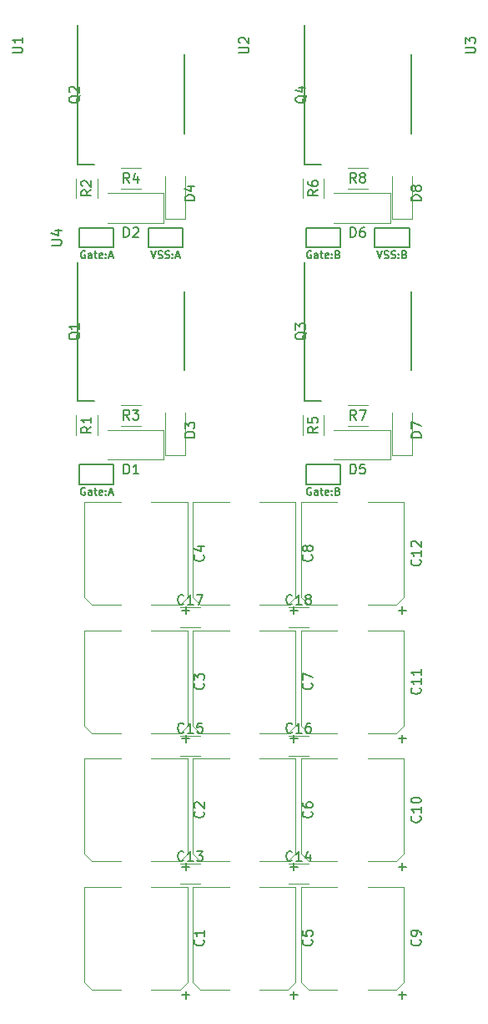
<source format=gbr>
G04 #@! TF.FileFunction,Legend,Top*
%FSLAX46Y46*%
G04 Gerber Fmt 4.6, Leading zero omitted, Abs format (unit mm)*
G04 Created by KiCad (PCBNEW 4.0.7) date 04/16/18 09:07:38*
%MOMM*%
%LPD*%
G01*
G04 APERTURE LIST*
%ADD10C,0.100000*%
%ADD11C,0.120000*%
%ADD12C,0.150000*%
G04 APERTURE END LIST*
D10*
D11*
X24550000Y-85710000D02*
X27440000Y-85710000D01*
X33450000Y-85710000D02*
X30560000Y-85710000D01*
X34210000Y-75290000D02*
X30560000Y-75290000D01*
X23790000Y-75290000D02*
X27440000Y-75290000D01*
X34210000Y-75290000D02*
X34210000Y-84950000D01*
X34210000Y-84950000D02*
X33450000Y-85710000D01*
X24550000Y-85710000D02*
X23790000Y-84950000D01*
X23790000Y-84950000D02*
X23790000Y-75290000D01*
X35550000Y-85710000D02*
X38440000Y-85710000D01*
X44450000Y-85710000D02*
X41560000Y-85710000D01*
X45210000Y-75290000D02*
X41560000Y-75290000D01*
X34790000Y-75290000D02*
X38440000Y-75290000D01*
X45210000Y-75290000D02*
X45210000Y-84950000D01*
X45210000Y-84950000D02*
X44450000Y-85710000D01*
X35550000Y-85710000D02*
X34790000Y-84950000D01*
X34790000Y-84950000D02*
X34790000Y-75290000D01*
X13550000Y-98710000D02*
X16440000Y-98710000D01*
X22450000Y-98710000D02*
X19560000Y-98710000D01*
X23210000Y-88290000D02*
X19560000Y-88290000D01*
X12790000Y-88290000D02*
X16440000Y-88290000D01*
X23210000Y-88290000D02*
X23210000Y-97950000D01*
X23210000Y-97950000D02*
X22450000Y-98710000D01*
X13550000Y-98710000D02*
X12790000Y-97950000D01*
X12790000Y-97950000D02*
X12790000Y-88290000D01*
X13550000Y-85710000D02*
X16440000Y-85710000D01*
X22450000Y-85710000D02*
X19560000Y-85710000D01*
X23210000Y-75290000D02*
X19560000Y-75290000D01*
X12790000Y-75290000D02*
X16440000Y-75290000D01*
X23210000Y-75290000D02*
X23210000Y-84950000D01*
X23210000Y-84950000D02*
X22450000Y-85710000D01*
X13550000Y-85710000D02*
X12790000Y-84950000D01*
X12790000Y-84950000D02*
X12790000Y-75290000D01*
X13550000Y-72710000D02*
X16440000Y-72710000D01*
X22450000Y-72710000D02*
X19560000Y-72710000D01*
X23210000Y-62290000D02*
X19560000Y-62290000D01*
X12790000Y-62290000D02*
X16440000Y-62290000D01*
X23210000Y-62290000D02*
X23210000Y-71950000D01*
X23210000Y-71950000D02*
X22450000Y-72710000D01*
X13550000Y-72710000D02*
X12790000Y-71950000D01*
X12790000Y-71950000D02*
X12790000Y-62290000D01*
X13550000Y-59710000D02*
X16440000Y-59710000D01*
X22450000Y-59710000D02*
X19560000Y-59710000D01*
X23210000Y-49290000D02*
X19560000Y-49290000D01*
X12790000Y-49290000D02*
X16440000Y-49290000D01*
X23210000Y-49290000D02*
X23210000Y-58950000D01*
X23210000Y-58950000D02*
X22450000Y-59710000D01*
X13550000Y-59710000D02*
X12790000Y-58950000D01*
X12790000Y-58950000D02*
X12790000Y-49290000D01*
X24550000Y-98710000D02*
X27440000Y-98710000D01*
X33450000Y-98710000D02*
X30560000Y-98710000D01*
X34210000Y-88290000D02*
X30560000Y-88290000D01*
X23790000Y-88290000D02*
X27440000Y-88290000D01*
X34210000Y-88290000D02*
X34210000Y-97950000D01*
X34210000Y-97950000D02*
X33450000Y-98710000D01*
X24550000Y-98710000D02*
X23790000Y-97950000D01*
X23790000Y-97950000D02*
X23790000Y-88290000D01*
X24550000Y-72710000D02*
X27440000Y-72710000D01*
X33450000Y-72710000D02*
X30560000Y-72710000D01*
X34210000Y-62290000D02*
X30560000Y-62290000D01*
X23790000Y-62290000D02*
X27440000Y-62290000D01*
X34210000Y-62290000D02*
X34210000Y-71950000D01*
X34210000Y-71950000D02*
X33450000Y-72710000D01*
X24550000Y-72710000D02*
X23790000Y-71950000D01*
X23790000Y-71950000D02*
X23790000Y-62290000D01*
X24550000Y-59710000D02*
X27440000Y-59710000D01*
X33450000Y-59710000D02*
X30560000Y-59710000D01*
X34210000Y-49290000D02*
X30560000Y-49290000D01*
X23790000Y-49290000D02*
X27440000Y-49290000D01*
X34210000Y-49290000D02*
X34210000Y-58950000D01*
X34210000Y-58950000D02*
X33450000Y-59710000D01*
X24550000Y-59710000D02*
X23790000Y-58950000D01*
X23790000Y-58950000D02*
X23790000Y-49290000D01*
X35550000Y-98710000D02*
X38440000Y-98710000D01*
X44450000Y-98710000D02*
X41560000Y-98710000D01*
X45210000Y-88290000D02*
X41560000Y-88290000D01*
X34790000Y-88290000D02*
X38440000Y-88290000D01*
X45210000Y-88290000D02*
X45210000Y-97950000D01*
X45210000Y-97950000D02*
X44450000Y-98710000D01*
X35550000Y-98710000D02*
X34790000Y-97950000D01*
X34790000Y-97950000D02*
X34790000Y-88290000D01*
X35550000Y-72710000D02*
X38440000Y-72710000D01*
X44450000Y-72710000D02*
X41560000Y-72710000D01*
X45210000Y-62290000D02*
X41560000Y-62290000D01*
X34790000Y-62290000D02*
X38440000Y-62290000D01*
X45210000Y-62290000D02*
X45210000Y-71950000D01*
X45210000Y-71950000D02*
X44450000Y-72710000D01*
X35550000Y-72710000D02*
X34790000Y-71950000D01*
X34790000Y-71950000D02*
X34790000Y-62290000D01*
X35550000Y-59710000D02*
X38440000Y-59710000D01*
X44450000Y-59710000D02*
X41560000Y-59710000D01*
X45210000Y-49290000D02*
X41560000Y-49290000D01*
X34790000Y-49290000D02*
X38440000Y-49290000D01*
X45210000Y-49290000D02*
X45210000Y-58950000D01*
X45210000Y-58950000D02*
X44450000Y-59710000D01*
X35550000Y-59710000D02*
X34790000Y-58950000D01*
X34790000Y-58950000D02*
X34790000Y-49290000D01*
X15100000Y-45000000D02*
X20800000Y-45000000D01*
X20800000Y-45000000D02*
X20800000Y-42000000D01*
X20800000Y-42000000D02*
X15100000Y-42000000D01*
X15100000Y-21000000D02*
X20800000Y-21000000D01*
X20800000Y-21000000D02*
X20800000Y-18000000D01*
X20800000Y-18000000D02*
X15100000Y-18000000D01*
X21000000Y-40250000D02*
X21000000Y-44550000D01*
X21000000Y-44550000D02*
X23000000Y-44550000D01*
X23000000Y-44550000D02*
X23000000Y-40250000D01*
X21000000Y-16250000D02*
X21000000Y-20550000D01*
X21000000Y-20550000D02*
X23000000Y-20550000D01*
X23000000Y-20550000D02*
X23000000Y-16250000D01*
X38100000Y-45000000D02*
X43800000Y-45000000D01*
X43800000Y-45000000D02*
X43800000Y-42000000D01*
X43800000Y-42000000D02*
X38100000Y-42000000D01*
X38100000Y-21000000D02*
X43800000Y-21000000D01*
X43800000Y-21000000D02*
X43800000Y-18000000D01*
X43800000Y-18000000D02*
X38100000Y-18000000D01*
X44000000Y-40250000D02*
X44000000Y-44550000D01*
X44000000Y-44550000D02*
X46000000Y-44550000D01*
X46000000Y-44550000D02*
X46000000Y-40250000D01*
X44000000Y-16250000D02*
X44000000Y-20550000D01*
X44000000Y-20550000D02*
X46000000Y-20550000D01*
X46000000Y-20550000D02*
X46000000Y-16250000D01*
D12*
X12100000Y-39050000D02*
X13800000Y-39050000D01*
X12100000Y-24950000D02*
X12100000Y-39050000D01*
X22900000Y-35950000D02*
X22900000Y-27950000D01*
X12100000Y-15050000D02*
X13800000Y-15050000D01*
X12100000Y-950000D02*
X12100000Y-15050000D01*
X22900000Y-11950000D02*
X22900000Y-3950000D01*
X35100000Y-39050000D02*
X36800000Y-39050000D01*
X35100000Y-24950000D02*
X35100000Y-39050000D01*
X45900000Y-35950000D02*
X45900000Y-27950000D01*
X35100000Y-15050000D02*
X36800000Y-15050000D01*
X35100000Y-950000D02*
X35100000Y-15050000D01*
X45900000Y-11950000D02*
X45900000Y-3950000D01*
D11*
X11930000Y-42500000D02*
X11930000Y-40500000D01*
X14070000Y-40500000D02*
X14070000Y-42500000D01*
X11930000Y-18500000D02*
X11930000Y-16500000D01*
X14070000Y-16500000D02*
X14070000Y-18500000D01*
X16500000Y-39430000D02*
X18500000Y-39430000D01*
X18500000Y-41570000D02*
X16500000Y-41570000D01*
X16500000Y-15430000D02*
X18500000Y-15430000D01*
X18500000Y-17570000D02*
X16500000Y-17570000D01*
X34930000Y-42500000D02*
X34930000Y-40500000D01*
X37070000Y-40500000D02*
X37070000Y-42500000D01*
X34930000Y-18500000D02*
X34930000Y-16500000D01*
X37070000Y-16500000D02*
X37070000Y-18500000D01*
X39500000Y-39430000D02*
X41500000Y-39430000D01*
X41500000Y-41570000D02*
X39500000Y-41570000D01*
X39500000Y-15430000D02*
X41500000Y-15430000D01*
X41500000Y-17570000D02*
X39500000Y-17570000D01*
X24500000Y-85980000D02*
X22500000Y-85980000D01*
X22500000Y-88020000D02*
X24500000Y-88020000D01*
X35500000Y-85980000D02*
X33500000Y-85980000D01*
X33500000Y-88020000D02*
X35500000Y-88020000D01*
X24500000Y-72980000D02*
X22500000Y-72980000D01*
X22500000Y-75020000D02*
X24500000Y-75020000D01*
X35500000Y-72980000D02*
X33500000Y-72980000D01*
X33500000Y-75020000D02*
X35500000Y-75020000D01*
X24500000Y-59980000D02*
X22500000Y-59980000D01*
X22500000Y-62020000D02*
X24500000Y-62020000D01*
X35500000Y-59980000D02*
X33500000Y-59980000D01*
X33500000Y-62020000D02*
X35500000Y-62020000D01*
D12*
X12250000Y-45500000D02*
X12250000Y-47500000D01*
X12250000Y-47500000D02*
X15750000Y-47500000D01*
X15750000Y-47500000D02*
X15750000Y-45500000D01*
X15750000Y-45500000D02*
X12250000Y-45500000D01*
X38750000Y-45500000D02*
X35250000Y-45500000D01*
X35250000Y-45500000D02*
X35250000Y-47500000D01*
X35250000Y-47500000D02*
X38750000Y-47500000D01*
X38750000Y-47500000D02*
X38750000Y-45500000D01*
X42250000Y-21500000D02*
X45750000Y-21500000D01*
X45750000Y-21500000D02*
X45750000Y-23500000D01*
X45750000Y-23500000D02*
X42250000Y-23500000D01*
X42250000Y-23500000D02*
X42250000Y-21500000D01*
X35250000Y-21500000D02*
X35250000Y-23500000D01*
X35250000Y-23500000D02*
X38750000Y-23500000D01*
X38750000Y-23500000D02*
X38750000Y-21500000D01*
X38750000Y-21500000D02*
X35250000Y-21500000D01*
X19250000Y-21500000D02*
X22750000Y-21500000D01*
X22750000Y-21500000D02*
X22750000Y-23500000D01*
X22750000Y-23500000D02*
X19250000Y-23500000D01*
X19250000Y-23500000D02*
X19250000Y-21500000D01*
X12250000Y-21500000D02*
X15750000Y-21500000D01*
X15750000Y-21500000D02*
X15750000Y-23500000D01*
X15750000Y-23500000D02*
X12250000Y-23500000D01*
X12250000Y-23500000D02*
X12250000Y-21500000D01*
X28452381Y-3761905D02*
X29261905Y-3761905D01*
X29357143Y-3714286D01*
X29404762Y-3666667D01*
X29452381Y-3571429D01*
X29452381Y-3380952D01*
X29404762Y-3285714D01*
X29357143Y-3238095D01*
X29261905Y-3190476D01*
X28452381Y-3190476D01*
X28547619Y-2761905D02*
X28500000Y-2714286D01*
X28452381Y-2619048D01*
X28452381Y-2380952D01*
X28500000Y-2285714D01*
X28547619Y-2238095D01*
X28642857Y-2190476D01*
X28738095Y-2190476D01*
X28880952Y-2238095D01*
X29452381Y-2809524D01*
X29452381Y-2190476D01*
X35817143Y-80666666D02*
X35864762Y-80714285D01*
X35912381Y-80857142D01*
X35912381Y-80952380D01*
X35864762Y-81095238D01*
X35769524Y-81190476D01*
X35674286Y-81238095D01*
X35483810Y-81285714D01*
X35340952Y-81285714D01*
X35150476Y-81238095D01*
X35055238Y-81190476D01*
X34960000Y-81095238D01*
X34912381Y-80952380D01*
X34912381Y-80857142D01*
X34960000Y-80714285D01*
X35007619Y-80666666D01*
X34912381Y-79809523D02*
X34912381Y-80000000D01*
X34960000Y-80095238D01*
X35007619Y-80142857D01*
X35150476Y-80238095D01*
X35340952Y-80285714D01*
X35721905Y-80285714D01*
X35817143Y-80238095D01*
X35864762Y-80190476D01*
X35912381Y-80095238D01*
X35912381Y-79904761D01*
X35864762Y-79809523D01*
X35817143Y-79761904D01*
X35721905Y-79714285D01*
X35483810Y-79714285D01*
X35388571Y-79761904D01*
X35340952Y-79809523D01*
X35293333Y-79904761D01*
X35293333Y-80095238D01*
X35340952Y-80190476D01*
X35388571Y-80238095D01*
X35483810Y-80285714D01*
X34041429Y-86660952D02*
X34041429Y-85899047D01*
X34422381Y-86279999D02*
X33660476Y-86279999D01*
X46817143Y-81142857D02*
X46864762Y-81190476D01*
X46912381Y-81333333D01*
X46912381Y-81428571D01*
X46864762Y-81571429D01*
X46769524Y-81666667D01*
X46674286Y-81714286D01*
X46483810Y-81761905D01*
X46340952Y-81761905D01*
X46150476Y-81714286D01*
X46055238Y-81666667D01*
X45960000Y-81571429D01*
X45912381Y-81428571D01*
X45912381Y-81333333D01*
X45960000Y-81190476D01*
X46007619Y-81142857D01*
X46912381Y-80190476D02*
X46912381Y-80761905D01*
X46912381Y-80476191D02*
X45912381Y-80476191D01*
X46055238Y-80571429D01*
X46150476Y-80666667D01*
X46198095Y-80761905D01*
X45912381Y-79571429D02*
X45912381Y-79476190D01*
X45960000Y-79380952D01*
X46007619Y-79333333D01*
X46102857Y-79285714D01*
X46293333Y-79238095D01*
X46531429Y-79238095D01*
X46721905Y-79285714D01*
X46817143Y-79333333D01*
X46864762Y-79380952D01*
X46912381Y-79476190D01*
X46912381Y-79571429D01*
X46864762Y-79666667D01*
X46817143Y-79714286D01*
X46721905Y-79761905D01*
X46531429Y-79809524D01*
X46293333Y-79809524D01*
X46102857Y-79761905D01*
X46007619Y-79714286D01*
X45960000Y-79666667D01*
X45912381Y-79571429D01*
X45041429Y-86660952D02*
X45041429Y-85899047D01*
X45422381Y-86279999D02*
X44660476Y-86279999D01*
X24817143Y-93666666D02*
X24864762Y-93714285D01*
X24912381Y-93857142D01*
X24912381Y-93952380D01*
X24864762Y-94095238D01*
X24769524Y-94190476D01*
X24674286Y-94238095D01*
X24483810Y-94285714D01*
X24340952Y-94285714D01*
X24150476Y-94238095D01*
X24055238Y-94190476D01*
X23960000Y-94095238D01*
X23912381Y-93952380D01*
X23912381Y-93857142D01*
X23960000Y-93714285D01*
X24007619Y-93666666D01*
X24912381Y-92714285D02*
X24912381Y-93285714D01*
X24912381Y-93000000D02*
X23912381Y-93000000D01*
X24055238Y-93095238D01*
X24150476Y-93190476D01*
X24198095Y-93285714D01*
X23041429Y-99660952D02*
X23041429Y-98899047D01*
X23422381Y-99279999D02*
X22660476Y-99279999D01*
X24817143Y-80666666D02*
X24864762Y-80714285D01*
X24912381Y-80857142D01*
X24912381Y-80952380D01*
X24864762Y-81095238D01*
X24769524Y-81190476D01*
X24674286Y-81238095D01*
X24483810Y-81285714D01*
X24340952Y-81285714D01*
X24150476Y-81238095D01*
X24055238Y-81190476D01*
X23960000Y-81095238D01*
X23912381Y-80952380D01*
X23912381Y-80857142D01*
X23960000Y-80714285D01*
X24007619Y-80666666D01*
X24007619Y-80285714D02*
X23960000Y-80238095D01*
X23912381Y-80142857D01*
X23912381Y-79904761D01*
X23960000Y-79809523D01*
X24007619Y-79761904D01*
X24102857Y-79714285D01*
X24198095Y-79714285D01*
X24340952Y-79761904D01*
X24912381Y-80333333D01*
X24912381Y-79714285D01*
X23041429Y-86660952D02*
X23041429Y-85899047D01*
X23422381Y-86279999D02*
X22660476Y-86279999D01*
X24817143Y-67666666D02*
X24864762Y-67714285D01*
X24912381Y-67857142D01*
X24912381Y-67952380D01*
X24864762Y-68095238D01*
X24769524Y-68190476D01*
X24674286Y-68238095D01*
X24483810Y-68285714D01*
X24340952Y-68285714D01*
X24150476Y-68238095D01*
X24055238Y-68190476D01*
X23960000Y-68095238D01*
X23912381Y-67952380D01*
X23912381Y-67857142D01*
X23960000Y-67714285D01*
X24007619Y-67666666D01*
X23912381Y-67333333D02*
X23912381Y-66714285D01*
X24293333Y-67047619D01*
X24293333Y-66904761D01*
X24340952Y-66809523D01*
X24388571Y-66761904D01*
X24483810Y-66714285D01*
X24721905Y-66714285D01*
X24817143Y-66761904D01*
X24864762Y-66809523D01*
X24912381Y-66904761D01*
X24912381Y-67190476D01*
X24864762Y-67285714D01*
X24817143Y-67333333D01*
X23041429Y-73660952D02*
X23041429Y-72899047D01*
X23422381Y-73279999D02*
X22660476Y-73279999D01*
X24817143Y-54666666D02*
X24864762Y-54714285D01*
X24912381Y-54857142D01*
X24912381Y-54952380D01*
X24864762Y-55095238D01*
X24769524Y-55190476D01*
X24674286Y-55238095D01*
X24483810Y-55285714D01*
X24340952Y-55285714D01*
X24150476Y-55238095D01*
X24055238Y-55190476D01*
X23960000Y-55095238D01*
X23912381Y-54952380D01*
X23912381Y-54857142D01*
X23960000Y-54714285D01*
X24007619Y-54666666D01*
X24245714Y-53809523D02*
X24912381Y-53809523D01*
X23864762Y-54047619D02*
X24579048Y-54285714D01*
X24579048Y-53666666D01*
X23041429Y-60660952D02*
X23041429Y-59899047D01*
X23422381Y-60279999D02*
X22660476Y-60279999D01*
X35817143Y-93666666D02*
X35864762Y-93714285D01*
X35912381Y-93857142D01*
X35912381Y-93952380D01*
X35864762Y-94095238D01*
X35769524Y-94190476D01*
X35674286Y-94238095D01*
X35483810Y-94285714D01*
X35340952Y-94285714D01*
X35150476Y-94238095D01*
X35055238Y-94190476D01*
X34960000Y-94095238D01*
X34912381Y-93952380D01*
X34912381Y-93857142D01*
X34960000Y-93714285D01*
X35007619Y-93666666D01*
X34912381Y-92761904D02*
X34912381Y-93238095D01*
X35388571Y-93285714D01*
X35340952Y-93238095D01*
X35293333Y-93142857D01*
X35293333Y-92904761D01*
X35340952Y-92809523D01*
X35388571Y-92761904D01*
X35483810Y-92714285D01*
X35721905Y-92714285D01*
X35817143Y-92761904D01*
X35864762Y-92809523D01*
X35912381Y-92904761D01*
X35912381Y-93142857D01*
X35864762Y-93238095D01*
X35817143Y-93285714D01*
X34041429Y-99660952D02*
X34041429Y-98899047D01*
X34422381Y-99279999D02*
X33660476Y-99279999D01*
X35817143Y-67666666D02*
X35864762Y-67714285D01*
X35912381Y-67857142D01*
X35912381Y-67952380D01*
X35864762Y-68095238D01*
X35769524Y-68190476D01*
X35674286Y-68238095D01*
X35483810Y-68285714D01*
X35340952Y-68285714D01*
X35150476Y-68238095D01*
X35055238Y-68190476D01*
X34960000Y-68095238D01*
X34912381Y-67952380D01*
X34912381Y-67857142D01*
X34960000Y-67714285D01*
X35007619Y-67666666D01*
X34912381Y-67333333D02*
X34912381Y-66666666D01*
X35912381Y-67095238D01*
X34041429Y-73660952D02*
X34041429Y-72899047D01*
X34422381Y-73279999D02*
X33660476Y-73279999D01*
X35817143Y-54666666D02*
X35864762Y-54714285D01*
X35912381Y-54857142D01*
X35912381Y-54952380D01*
X35864762Y-55095238D01*
X35769524Y-55190476D01*
X35674286Y-55238095D01*
X35483810Y-55285714D01*
X35340952Y-55285714D01*
X35150476Y-55238095D01*
X35055238Y-55190476D01*
X34960000Y-55095238D01*
X34912381Y-54952380D01*
X34912381Y-54857142D01*
X34960000Y-54714285D01*
X35007619Y-54666666D01*
X35340952Y-54095238D02*
X35293333Y-54190476D01*
X35245714Y-54238095D01*
X35150476Y-54285714D01*
X35102857Y-54285714D01*
X35007619Y-54238095D01*
X34960000Y-54190476D01*
X34912381Y-54095238D01*
X34912381Y-53904761D01*
X34960000Y-53809523D01*
X35007619Y-53761904D01*
X35102857Y-53714285D01*
X35150476Y-53714285D01*
X35245714Y-53761904D01*
X35293333Y-53809523D01*
X35340952Y-53904761D01*
X35340952Y-54095238D01*
X35388571Y-54190476D01*
X35436190Y-54238095D01*
X35531429Y-54285714D01*
X35721905Y-54285714D01*
X35817143Y-54238095D01*
X35864762Y-54190476D01*
X35912381Y-54095238D01*
X35912381Y-53904761D01*
X35864762Y-53809523D01*
X35817143Y-53761904D01*
X35721905Y-53714285D01*
X35531429Y-53714285D01*
X35436190Y-53761904D01*
X35388571Y-53809523D01*
X35340952Y-53904761D01*
X34041429Y-60660952D02*
X34041429Y-59899047D01*
X34422381Y-60279999D02*
X33660476Y-60279999D01*
X46817143Y-93666666D02*
X46864762Y-93714285D01*
X46912381Y-93857142D01*
X46912381Y-93952380D01*
X46864762Y-94095238D01*
X46769524Y-94190476D01*
X46674286Y-94238095D01*
X46483810Y-94285714D01*
X46340952Y-94285714D01*
X46150476Y-94238095D01*
X46055238Y-94190476D01*
X45960000Y-94095238D01*
X45912381Y-93952380D01*
X45912381Y-93857142D01*
X45960000Y-93714285D01*
X46007619Y-93666666D01*
X46912381Y-93190476D02*
X46912381Y-93000000D01*
X46864762Y-92904761D01*
X46817143Y-92857142D01*
X46674286Y-92761904D01*
X46483810Y-92714285D01*
X46102857Y-92714285D01*
X46007619Y-92761904D01*
X45960000Y-92809523D01*
X45912381Y-92904761D01*
X45912381Y-93095238D01*
X45960000Y-93190476D01*
X46007619Y-93238095D01*
X46102857Y-93285714D01*
X46340952Y-93285714D01*
X46436190Y-93238095D01*
X46483810Y-93190476D01*
X46531429Y-93095238D01*
X46531429Y-92904761D01*
X46483810Y-92809523D01*
X46436190Y-92761904D01*
X46340952Y-92714285D01*
X45041429Y-99660952D02*
X45041429Y-98899047D01*
X45422381Y-99279999D02*
X44660476Y-99279999D01*
X46817143Y-68142857D02*
X46864762Y-68190476D01*
X46912381Y-68333333D01*
X46912381Y-68428571D01*
X46864762Y-68571429D01*
X46769524Y-68666667D01*
X46674286Y-68714286D01*
X46483810Y-68761905D01*
X46340952Y-68761905D01*
X46150476Y-68714286D01*
X46055238Y-68666667D01*
X45960000Y-68571429D01*
X45912381Y-68428571D01*
X45912381Y-68333333D01*
X45960000Y-68190476D01*
X46007619Y-68142857D01*
X46912381Y-67190476D02*
X46912381Y-67761905D01*
X46912381Y-67476191D02*
X45912381Y-67476191D01*
X46055238Y-67571429D01*
X46150476Y-67666667D01*
X46198095Y-67761905D01*
X46912381Y-66238095D02*
X46912381Y-66809524D01*
X46912381Y-66523810D02*
X45912381Y-66523810D01*
X46055238Y-66619048D01*
X46150476Y-66714286D01*
X46198095Y-66809524D01*
X45041429Y-73660952D02*
X45041429Y-72899047D01*
X45422381Y-73279999D02*
X44660476Y-73279999D01*
X46817143Y-55142857D02*
X46864762Y-55190476D01*
X46912381Y-55333333D01*
X46912381Y-55428571D01*
X46864762Y-55571429D01*
X46769524Y-55666667D01*
X46674286Y-55714286D01*
X46483810Y-55761905D01*
X46340952Y-55761905D01*
X46150476Y-55714286D01*
X46055238Y-55666667D01*
X45960000Y-55571429D01*
X45912381Y-55428571D01*
X45912381Y-55333333D01*
X45960000Y-55190476D01*
X46007619Y-55142857D01*
X46912381Y-54190476D02*
X46912381Y-54761905D01*
X46912381Y-54476191D02*
X45912381Y-54476191D01*
X46055238Y-54571429D01*
X46150476Y-54666667D01*
X46198095Y-54761905D01*
X46007619Y-53809524D02*
X45960000Y-53761905D01*
X45912381Y-53666667D01*
X45912381Y-53428571D01*
X45960000Y-53333333D01*
X46007619Y-53285714D01*
X46102857Y-53238095D01*
X46198095Y-53238095D01*
X46340952Y-53285714D01*
X46912381Y-53857143D01*
X46912381Y-53238095D01*
X45041429Y-60660952D02*
X45041429Y-59899047D01*
X45422381Y-60279999D02*
X44660476Y-60279999D01*
X16761905Y-46452381D02*
X16761905Y-45452381D01*
X17000000Y-45452381D01*
X17142858Y-45500000D01*
X17238096Y-45595238D01*
X17285715Y-45690476D01*
X17333334Y-45880952D01*
X17333334Y-46023810D01*
X17285715Y-46214286D01*
X17238096Y-46309524D01*
X17142858Y-46404762D01*
X17000000Y-46452381D01*
X16761905Y-46452381D01*
X18285715Y-46452381D02*
X17714286Y-46452381D01*
X18000000Y-46452381D02*
X18000000Y-45452381D01*
X17904762Y-45595238D01*
X17809524Y-45690476D01*
X17714286Y-45738095D01*
X16761905Y-22452381D02*
X16761905Y-21452381D01*
X17000000Y-21452381D01*
X17142858Y-21500000D01*
X17238096Y-21595238D01*
X17285715Y-21690476D01*
X17333334Y-21880952D01*
X17333334Y-22023810D01*
X17285715Y-22214286D01*
X17238096Y-22309524D01*
X17142858Y-22404762D01*
X17000000Y-22452381D01*
X16761905Y-22452381D01*
X17714286Y-21547619D02*
X17761905Y-21500000D01*
X17857143Y-21452381D01*
X18095239Y-21452381D01*
X18190477Y-21500000D01*
X18238096Y-21547619D01*
X18285715Y-21642857D01*
X18285715Y-21738095D01*
X18238096Y-21880952D01*
X17666667Y-22452381D01*
X18285715Y-22452381D01*
X23952381Y-42738095D02*
X22952381Y-42738095D01*
X22952381Y-42500000D01*
X23000000Y-42357142D01*
X23095238Y-42261904D01*
X23190476Y-42214285D01*
X23380952Y-42166666D01*
X23523810Y-42166666D01*
X23714286Y-42214285D01*
X23809524Y-42261904D01*
X23904762Y-42357142D01*
X23952381Y-42500000D01*
X23952381Y-42738095D01*
X22952381Y-41833333D02*
X22952381Y-41214285D01*
X23333333Y-41547619D01*
X23333333Y-41404761D01*
X23380952Y-41309523D01*
X23428571Y-41261904D01*
X23523810Y-41214285D01*
X23761905Y-41214285D01*
X23857143Y-41261904D01*
X23904762Y-41309523D01*
X23952381Y-41404761D01*
X23952381Y-41690476D01*
X23904762Y-41785714D01*
X23857143Y-41833333D01*
X23952381Y-18738095D02*
X22952381Y-18738095D01*
X22952381Y-18500000D01*
X23000000Y-18357142D01*
X23095238Y-18261904D01*
X23190476Y-18214285D01*
X23380952Y-18166666D01*
X23523810Y-18166666D01*
X23714286Y-18214285D01*
X23809524Y-18261904D01*
X23904762Y-18357142D01*
X23952381Y-18500000D01*
X23952381Y-18738095D01*
X23285714Y-17309523D02*
X23952381Y-17309523D01*
X22904762Y-17547619D02*
X23619048Y-17785714D01*
X23619048Y-17166666D01*
X39761905Y-46452381D02*
X39761905Y-45452381D01*
X40000000Y-45452381D01*
X40142858Y-45500000D01*
X40238096Y-45595238D01*
X40285715Y-45690476D01*
X40333334Y-45880952D01*
X40333334Y-46023810D01*
X40285715Y-46214286D01*
X40238096Y-46309524D01*
X40142858Y-46404762D01*
X40000000Y-46452381D01*
X39761905Y-46452381D01*
X41238096Y-45452381D02*
X40761905Y-45452381D01*
X40714286Y-45928571D01*
X40761905Y-45880952D01*
X40857143Y-45833333D01*
X41095239Y-45833333D01*
X41190477Y-45880952D01*
X41238096Y-45928571D01*
X41285715Y-46023810D01*
X41285715Y-46261905D01*
X41238096Y-46357143D01*
X41190477Y-46404762D01*
X41095239Y-46452381D01*
X40857143Y-46452381D01*
X40761905Y-46404762D01*
X40714286Y-46357143D01*
X39761905Y-22452381D02*
X39761905Y-21452381D01*
X40000000Y-21452381D01*
X40142858Y-21500000D01*
X40238096Y-21595238D01*
X40285715Y-21690476D01*
X40333334Y-21880952D01*
X40333334Y-22023810D01*
X40285715Y-22214286D01*
X40238096Y-22309524D01*
X40142858Y-22404762D01*
X40000000Y-22452381D01*
X39761905Y-22452381D01*
X41190477Y-21452381D02*
X41000000Y-21452381D01*
X40904762Y-21500000D01*
X40857143Y-21547619D01*
X40761905Y-21690476D01*
X40714286Y-21880952D01*
X40714286Y-22261905D01*
X40761905Y-22357143D01*
X40809524Y-22404762D01*
X40904762Y-22452381D01*
X41095239Y-22452381D01*
X41190477Y-22404762D01*
X41238096Y-22357143D01*
X41285715Y-22261905D01*
X41285715Y-22023810D01*
X41238096Y-21928571D01*
X41190477Y-21880952D01*
X41095239Y-21833333D01*
X40904762Y-21833333D01*
X40809524Y-21880952D01*
X40761905Y-21928571D01*
X40714286Y-22023810D01*
X46952381Y-42738095D02*
X45952381Y-42738095D01*
X45952381Y-42500000D01*
X46000000Y-42357142D01*
X46095238Y-42261904D01*
X46190476Y-42214285D01*
X46380952Y-42166666D01*
X46523810Y-42166666D01*
X46714286Y-42214285D01*
X46809524Y-42261904D01*
X46904762Y-42357142D01*
X46952381Y-42500000D01*
X46952381Y-42738095D01*
X45952381Y-41833333D02*
X45952381Y-41166666D01*
X46952381Y-41595238D01*
X46952381Y-18738095D02*
X45952381Y-18738095D01*
X45952381Y-18500000D01*
X46000000Y-18357142D01*
X46095238Y-18261904D01*
X46190476Y-18214285D01*
X46380952Y-18166666D01*
X46523810Y-18166666D01*
X46714286Y-18214285D01*
X46809524Y-18261904D01*
X46904762Y-18357142D01*
X46952381Y-18500000D01*
X46952381Y-18738095D01*
X46380952Y-17595238D02*
X46333333Y-17690476D01*
X46285714Y-17738095D01*
X46190476Y-17785714D01*
X46142857Y-17785714D01*
X46047619Y-17738095D01*
X46000000Y-17690476D01*
X45952381Y-17595238D01*
X45952381Y-17404761D01*
X46000000Y-17309523D01*
X46047619Y-17261904D01*
X46142857Y-17214285D01*
X46190476Y-17214285D01*
X46285714Y-17261904D01*
X46333333Y-17309523D01*
X46380952Y-17404761D01*
X46380952Y-17595238D01*
X46428571Y-17690476D01*
X46476190Y-17738095D01*
X46571429Y-17785714D01*
X46761905Y-17785714D01*
X46857143Y-17738095D01*
X46904762Y-17690476D01*
X46952381Y-17595238D01*
X46952381Y-17404761D01*
X46904762Y-17309523D01*
X46857143Y-17261904D01*
X46761905Y-17214285D01*
X46571429Y-17214285D01*
X46476190Y-17261904D01*
X46428571Y-17309523D01*
X46380952Y-17404761D01*
X12297619Y-32095238D02*
X12250000Y-32190476D01*
X12154762Y-32285714D01*
X12011905Y-32428571D01*
X11964286Y-32523810D01*
X11964286Y-32619048D01*
X12202381Y-32571429D02*
X12154762Y-32666667D01*
X12059524Y-32761905D01*
X11869048Y-32809524D01*
X11535714Y-32809524D01*
X11345238Y-32761905D01*
X11250000Y-32666667D01*
X11202381Y-32571429D01*
X11202381Y-32380952D01*
X11250000Y-32285714D01*
X11345238Y-32190476D01*
X11535714Y-32142857D01*
X11869048Y-32142857D01*
X12059524Y-32190476D01*
X12154762Y-32285714D01*
X12202381Y-32380952D01*
X12202381Y-32571429D01*
X12202381Y-31190476D02*
X12202381Y-31761905D01*
X12202381Y-31476191D02*
X11202381Y-31476191D01*
X11345238Y-31571429D01*
X11440476Y-31666667D01*
X11488095Y-31761905D01*
X12297619Y-8095238D02*
X12250000Y-8190476D01*
X12154762Y-8285714D01*
X12011905Y-8428571D01*
X11964286Y-8523810D01*
X11964286Y-8619048D01*
X12202381Y-8571429D02*
X12154762Y-8666667D01*
X12059524Y-8761905D01*
X11869048Y-8809524D01*
X11535714Y-8809524D01*
X11345238Y-8761905D01*
X11250000Y-8666667D01*
X11202381Y-8571429D01*
X11202381Y-8380952D01*
X11250000Y-8285714D01*
X11345238Y-8190476D01*
X11535714Y-8142857D01*
X11869048Y-8142857D01*
X12059524Y-8190476D01*
X12154762Y-8285714D01*
X12202381Y-8380952D01*
X12202381Y-8571429D01*
X11297619Y-7761905D02*
X11250000Y-7714286D01*
X11202381Y-7619048D01*
X11202381Y-7380952D01*
X11250000Y-7285714D01*
X11297619Y-7238095D01*
X11392857Y-7190476D01*
X11488095Y-7190476D01*
X11630952Y-7238095D01*
X12202381Y-7809524D01*
X12202381Y-7190476D01*
X35297619Y-32095238D02*
X35250000Y-32190476D01*
X35154762Y-32285714D01*
X35011905Y-32428571D01*
X34964286Y-32523810D01*
X34964286Y-32619048D01*
X35202381Y-32571429D02*
X35154762Y-32666667D01*
X35059524Y-32761905D01*
X34869048Y-32809524D01*
X34535714Y-32809524D01*
X34345238Y-32761905D01*
X34250000Y-32666667D01*
X34202381Y-32571429D01*
X34202381Y-32380952D01*
X34250000Y-32285714D01*
X34345238Y-32190476D01*
X34535714Y-32142857D01*
X34869048Y-32142857D01*
X35059524Y-32190476D01*
X35154762Y-32285714D01*
X35202381Y-32380952D01*
X35202381Y-32571429D01*
X34202381Y-31809524D02*
X34202381Y-31190476D01*
X34583333Y-31523810D01*
X34583333Y-31380952D01*
X34630952Y-31285714D01*
X34678571Y-31238095D01*
X34773810Y-31190476D01*
X35011905Y-31190476D01*
X35107143Y-31238095D01*
X35154762Y-31285714D01*
X35202381Y-31380952D01*
X35202381Y-31666667D01*
X35154762Y-31761905D01*
X35107143Y-31809524D01*
X35297619Y-8095238D02*
X35250000Y-8190476D01*
X35154762Y-8285714D01*
X35011905Y-8428571D01*
X34964286Y-8523810D01*
X34964286Y-8619048D01*
X35202381Y-8571429D02*
X35154762Y-8666667D01*
X35059524Y-8761905D01*
X34869048Y-8809524D01*
X34535714Y-8809524D01*
X34345238Y-8761905D01*
X34250000Y-8666667D01*
X34202381Y-8571429D01*
X34202381Y-8380952D01*
X34250000Y-8285714D01*
X34345238Y-8190476D01*
X34535714Y-8142857D01*
X34869048Y-8142857D01*
X35059524Y-8190476D01*
X35154762Y-8285714D01*
X35202381Y-8380952D01*
X35202381Y-8571429D01*
X34535714Y-7285714D02*
X35202381Y-7285714D01*
X34154762Y-7523810D02*
X34869048Y-7761905D01*
X34869048Y-7142857D01*
X13452381Y-41666666D02*
X12976190Y-42000000D01*
X13452381Y-42238095D02*
X12452381Y-42238095D01*
X12452381Y-41857142D01*
X12500000Y-41761904D01*
X12547619Y-41714285D01*
X12642857Y-41666666D01*
X12785714Y-41666666D01*
X12880952Y-41714285D01*
X12928571Y-41761904D01*
X12976190Y-41857142D01*
X12976190Y-42238095D01*
X13452381Y-40714285D02*
X13452381Y-41285714D01*
X13452381Y-41000000D02*
X12452381Y-41000000D01*
X12595238Y-41095238D01*
X12690476Y-41190476D01*
X12738095Y-41285714D01*
X13452381Y-17666666D02*
X12976190Y-18000000D01*
X13452381Y-18238095D02*
X12452381Y-18238095D01*
X12452381Y-17857142D01*
X12500000Y-17761904D01*
X12547619Y-17714285D01*
X12642857Y-17666666D01*
X12785714Y-17666666D01*
X12880952Y-17714285D01*
X12928571Y-17761904D01*
X12976190Y-17857142D01*
X12976190Y-18238095D01*
X12547619Y-17285714D02*
X12500000Y-17238095D01*
X12452381Y-17142857D01*
X12452381Y-16904761D01*
X12500000Y-16809523D01*
X12547619Y-16761904D01*
X12642857Y-16714285D01*
X12738095Y-16714285D01*
X12880952Y-16761904D01*
X13452381Y-17333333D01*
X13452381Y-16714285D01*
X17333334Y-40952381D02*
X17000000Y-40476190D01*
X16761905Y-40952381D02*
X16761905Y-39952381D01*
X17142858Y-39952381D01*
X17238096Y-40000000D01*
X17285715Y-40047619D01*
X17333334Y-40142857D01*
X17333334Y-40285714D01*
X17285715Y-40380952D01*
X17238096Y-40428571D01*
X17142858Y-40476190D01*
X16761905Y-40476190D01*
X17666667Y-39952381D02*
X18285715Y-39952381D01*
X17952381Y-40333333D01*
X18095239Y-40333333D01*
X18190477Y-40380952D01*
X18238096Y-40428571D01*
X18285715Y-40523810D01*
X18285715Y-40761905D01*
X18238096Y-40857143D01*
X18190477Y-40904762D01*
X18095239Y-40952381D01*
X17809524Y-40952381D01*
X17714286Y-40904762D01*
X17666667Y-40857143D01*
X17333334Y-16952381D02*
X17000000Y-16476190D01*
X16761905Y-16952381D02*
X16761905Y-15952381D01*
X17142858Y-15952381D01*
X17238096Y-16000000D01*
X17285715Y-16047619D01*
X17333334Y-16142857D01*
X17333334Y-16285714D01*
X17285715Y-16380952D01*
X17238096Y-16428571D01*
X17142858Y-16476190D01*
X16761905Y-16476190D01*
X18190477Y-16285714D02*
X18190477Y-16952381D01*
X17952381Y-15904762D02*
X17714286Y-16619048D01*
X18333334Y-16619048D01*
X36452381Y-41666666D02*
X35976190Y-42000000D01*
X36452381Y-42238095D02*
X35452381Y-42238095D01*
X35452381Y-41857142D01*
X35500000Y-41761904D01*
X35547619Y-41714285D01*
X35642857Y-41666666D01*
X35785714Y-41666666D01*
X35880952Y-41714285D01*
X35928571Y-41761904D01*
X35976190Y-41857142D01*
X35976190Y-42238095D01*
X35452381Y-40761904D02*
X35452381Y-41238095D01*
X35928571Y-41285714D01*
X35880952Y-41238095D01*
X35833333Y-41142857D01*
X35833333Y-40904761D01*
X35880952Y-40809523D01*
X35928571Y-40761904D01*
X36023810Y-40714285D01*
X36261905Y-40714285D01*
X36357143Y-40761904D01*
X36404762Y-40809523D01*
X36452381Y-40904761D01*
X36452381Y-41142857D01*
X36404762Y-41238095D01*
X36357143Y-41285714D01*
X36452381Y-17666666D02*
X35976190Y-18000000D01*
X36452381Y-18238095D02*
X35452381Y-18238095D01*
X35452381Y-17857142D01*
X35500000Y-17761904D01*
X35547619Y-17714285D01*
X35642857Y-17666666D01*
X35785714Y-17666666D01*
X35880952Y-17714285D01*
X35928571Y-17761904D01*
X35976190Y-17857142D01*
X35976190Y-18238095D01*
X35452381Y-16809523D02*
X35452381Y-17000000D01*
X35500000Y-17095238D01*
X35547619Y-17142857D01*
X35690476Y-17238095D01*
X35880952Y-17285714D01*
X36261905Y-17285714D01*
X36357143Y-17238095D01*
X36404762Y-17190476D01*
X36452381Y-17095238D01*
X36452381Y-16904761D01*
X36404762Y-16809523D01*
X36357143Y-16761904D01*
X36261905Y-16714285D01*
X36023810Y-16714285D01*
X35928571Y-16761904D01*
X35880952Y-16809523D01*
X35833333Y-16904761D01*
X35833333Y-17095238D01*
X35880952Y-17190476D01*
X35928571Y-17238095D01*
X36023810Y-17285714D01*
X40333334Y-40952381D02*
X40000000Y-40476190D01*
X39761905Y-40952381D02*
X39761905Y-39952381D01*
X40142858Y-39952381D01*
X40238096Y-40000000D01*
X40285715Y-40047619D01*
X40333334Y-40142857D01*
X40333334Y-40285714D01*
X40285715Y-40380952D01*
X40238096Y-40428571D01*
X40142858Y-40476190D01*
X39761905Y-40476190D01*
X40666667Y-39952381D02*
X41333334Y-39952381D01*
X40904762Y-40952381D01*
X40333334Y-16952381D02*
X40000000Y-16476190D01*
X39761905Y-16952381D02*
X39761905Y-15952381D01*
X40142858Y-15952381D01*
X40238096Y-16000000D01*
X40285715Y-16047619D01*
X40333334Y-16142857D01*
X40333334Y-16285714D01*
X40285715Y-16380952D01*
X40238096Y-16428571D01*
X40142858Y-16476190D01*
X39761905Y-16476190D01*
X40904762Y-16380952D02*
X40809524Y-16333333D01*
X40761905Y-16285714D01*
X40714286Y-16190476D01*
X40714286Y-16142857D01*
X40761905Y-16047619D01*
X40809524Y-16000000D01*
X40904762Y-15952381D01*
X41095239Y-15952381D01*
X41190477Y-16000000D01*
X41238096Y-16047619D01*
X41285715Y-16142857D01*
X41285715Y-16190476D01*
X41238096Y-16285714D01*
X41190477Y-16333333D01*
X41095239Y-16380952D01*
X40904762Y-16380952D01*
X40809524Y-16428571D01*
X40761905Y-16476190D01*
X40714286Y-16571429D01*
X40714286Y-16761905D01*
X40761905Y-16857143D01*
X40809524Y-16904762D01*
X40904762Y-16952381D01*
X41095239Y-16952381D01*
X41190477Y-16904762D01*
X41238096Y-16857143D01*
X41285715Y-16761905D01*
X41285715Y-16571429D01*
X41238096Y-16476190D01*
X41190477Y-16428571D01*
X41095239Y-16380952D01*
X22857143Y-85607143D02*
X22809524Y-85654762D01*
X22666667Y-85702381D01*
X22571429Y-85702381D01*
X22428571Y-85654762D01*
X22333333Y-85559524D01*
X22285714Y-85464286D01*
X22238095Y-85273810D01*
X22238095Y-85130952D01*
X22285714Y-84940476D01*
X22333333Y-84845238D01*
X22428571Y-84750000D01*
X22571429Y-84702381D01*
X22666667Y-84702381D01*
X22809524Y-84750000D01*
X22857143Y-84797619D01*
X23809524Y-85702381D02*
X23238095Y-85702381D01*
X23523809Y-85702381D02*
X23523809Y-84702381D01*
X23428571Y-84845238D01*
X23333333Y-84940476D01*
X23238095Y-84988095D01*
X24142857Y-84702381D02*
X24761905Y-84702381D01*
X24428571Y-85083333D01*
X24571429Y-85083333D01*
X24666667Y-85130952D01*
X24714286Y-85178571D01*
X24761905Y-85273810D01*
X24761905Y-85511905D01*
X24714286Y-85607143D01*
X24666667Y-85654762D01*
X24571429Y-85702381D01*
X24285714Y-85702381D01*
X24190476Y-85654762D01*
X24142857Y-85607143D01*
X33857143Y-85607143D02*
X33809524Y-85654762D01*
X33666667Y-85702381D01*
X33571429Y-85702381D01*
X33428571Y-85654762D01*
X33333333Y-85559524D01*
X33285714Y-85464286D01*
X33238095Y-85273810D01*
X33238095Y-85130952D01*
X33285714Y-84940476D01*
X33333333Y-84845238D01*
X33428571Y-84750000D01*
X33571429Y-84702381D01*
X33666667Y-84702381D01*
X33809524Y-84750000D01*
X33857143Y-84797619D01*
X34809524Y-85702381D02*
X34238095Y-85702381D01*
X34523809Y-85702381D02*
X34523809Y-84702381D01*
X34428571Y-84845238D01*
X34333333Y-84940476D01*
X34238095Y-84988095D01*
X35666667Y-85035714D02*
X35666667Y-85702381D01*
X35428571Y-84654762D02*
X35190476Y-85369048D01*
X35809524Y-85369048D01*
X22857143Y-72607143D02*
X22809524Y-72654762D01*
X22666667Y-72702381D01*
X22571429Y-72702381D01*
X22428571Y-72654762D01*
X22333333Y-72559524D01*
X22285714Y-72464286D01*
X22238095Y-72273810D01*
X22238095Y-72130952D01*
X22285714Y-71940476D01*
X22333333Y-71845238D01*
X22428571Y-71750000D01*
X22571429Y-71702381D01*
X22666667Y-71702381D01*
X22809524Y-71750000D01*
X22857143Y-71797619D01*
X23809524Y-72702381D02*
X23238095Y-72702381D01*
X23523809Y-72702381D02*
X23523809Y-71702381D01*
X23428571Y-71845238D01*
X23333333Y-71940476D01*
X23238095Y-71988095D01*
X24714286Y-71702381D02*
X24238095Y-71702381D01*
X24190476Y-72178571D01*
X24238095Y-72130952D01*
X24333333Y-72083333D01*
X24571429Y-72083333D01*
X24666667Y-72130952D01*
X24714286Y-72178571D01*
X24761905Y-72273810D01*
X24761905Y-72511905D01*
X24714286Y-72607143D01*
X24666667Y-72654762D01*
X24571429Y-72702381D01*
X24333333Y-72702381D01*
X24238095Y-72654762D01*
X24190476Y-72607143D01*
X33857143Y-72607143D02*
X33809524Y-72654762D01*
X33666667Y-72702381D01*
X33571429Y-72702381D01*
X33428571Y-72654762D01*
X33333333Y-72559524D01*
X33285714Y-72464286D01*
X33238095Y-72273810D01*
X33238095Y-72130952D01*
X33285714Y-71940476D01*
X33333333Y-71845238D01*
X33428571Y-71750000D01*
X33571429Y-71702381D01*
X33666667Y-71702381D01*
X33809524Y-71750000D01*
X33857143Y-71797619D01*
X34809524Y-72702381D02*
X34238095Y-72702381D01*
X34523809Y-72702381D02*
X34523809Y-71702381D01*
X34428571Y-71845238D01*
X34333333Y-71940476D01*
X34238095Y-71988095D01*
X35666667Y-71702381D02*
X35476190Y-71702381D01*
X35380952Y-71750000D01*
X35333333Y-71797619D01*
X35238095Y-71940476D01*
X35190476Y-72130952D01*
X35190476Y-72511905D01*
X35238095Y-72607143D01*
X35285714Y-72654762D01*
X35380952Y-72702381D01*
X35571429Y-72702381D01*
X35666667Y-72654762D01*
X35714286Y-72607143D01*
X35761905Y-72511905D01*
X35761905Y-72273810D01*
X35714286Y-72178571D01*
X35666667Y-72130952D01*
X35571429Y-72083333D01*
X35380952Y-72083333D01*
X35285714Y-72130952D01*
X35238095Y-72178571D01*
X35190476Y-72273810D01*
X22857143Y-59607143D02*
X22809524Y-59654762D01*
X22666667Y-59702381D01*
X22571429Y-59702381D01*
X22428571Y-59654762D01*
X22333333Y-59559524D01*
X22285714Y-59464286D01*
X22238095Y-59273810D01*
X22238095Y-59130952D01*
X22285714Y-58940476D01*
X22333333Y-58845238D01*
X22428571Y-58750000D01*
X22571429Y-58702381D01*
X22666667Y-58702381D01*
X22809524Y-58750000D01*
X22857143Y-58797619D01*
X23809524Y-59702381D02*
X23238095Y-59702381D01*
X23523809Y-59702381D02*
X23523809Y-58702381D01*
X23428571Y-58845238D01*
X23333333Y-58940476D01*
X23238095Y-58988095D01*
X24142857Y-58702381D02*
X24809524Y-58702381D01*
X24380952Y-59702381D01*
X33857143Y-59607143D02*
X33809524Y-59654762D01*
X33666667Y-59702381D01*
X33571429Y-59702381D01*
X33428571Y-59654762D01*
X33333333Y-59559524D01*
X33285714Y-59464286D01*
X33238095Y-59273810D01*
X33238095Y-59130952D01*
X33285714Y-58940476D01*
X33333333Y-58845238D01*
X33428571Y-58750000D01*
X33571429Y-58702381D01*
X33666667Y-58702381D01*
X33809524Y-58750000D01*
X33857143Y-58797619D01*
X34809524Y-59702381D02*
X34238095Y-59702381D01*
X34523809Y-59702381D02*
X34523809Y-58702381D01*
X34428571Y-58845238D01*
X34333333Y-58940476D01*
X34238095Y-58988095D01*
X35380952Y-59130952D02*
X35285714Y-59083333D01*
X35238095Y-59035714D01*
X35190476Y-58940476D01*
X35190476Y-58892857D01*
X35238095Y-58797619D01*
X35285714Y-58750000D01*
X35380952Y-58702381D01*
X35571429Y-58702381D01*
X35666667Y-58750000D01*
X35714286Y-58797619D01*
X35761905Y-58892857D01*
X35761905Y-58940476D01*
X35714286Y-59035714D01*
X35666667Y-59083333D01*
X35571429Y-59130952D01*
X35380952Y-59130952D01*
X35285714Y-59178571D01*
X35238095Y-59226190D01*
X35190476Y-59321429D01*
X35190476Y-59511905D01*
X35238095Y-59607143D01*
X35285714Y-59654762D01*
X35380952Y-59702381D01*
X35571429Y-59702381D01*
X35666667Y-59654762D01*
X35714286Y-59607143D01*
X35761905Y-59511905D01*
X35761905Y-59321429D01*
X35714286Y-59226190D01*
X35666667Y-59178571D01*
X35571429Y-59130952D01*
X9452381Y-23261905D02*
X10261905Y-23261905D01*
X10357143Y-23214286D01*
X10404762Y-23166667D01*
X10452381Y-23071429D01*
X10452381Y-22880952D01*
X10404762Y-22785714D01*
X10357143Y-22738095D01*
X10261905Y-22690476D01*
X9452381Y-22690476D01*
X9785714Y-21785714D02*
X10452381Y-21785714D01*
X9404762Y-22023810D02*
X10119048Y-22261905D01*
X10119048Y-21642857D01*
X35767858Y-23875000D02*
X35696429Y-23839286D01*
X35589286Y-23839286D01*
X35482143Y-23875000D01*
X35410715Y-23946429D01*
X35375000Y-24017857D01*
X35339286Y-24160714D01*
X35339286Y-24267857D01*
X35375000Y-24410714D01*
X35410715Y-24482143D01*
X35482143Y-24553571D01*
X35589286Y-24589286D01*
X35660715Y-24589286D01*
X35767858Y-24553571D01*
X35803572Y-24517857D01*
X35803572Y-24267857D01*
X35660715Y-24267857D01*
X36446429Y-24589286D02*
X36446429Y-24196429D01*
X36410715Y-24125000D01*
X36339286Y-24089286D01*
X36196429Y-24089286D01*
X36125000Y-24125000D01*
X36446429Y-24553571D02*
X36375000Y-24589286D01*
X36196429Y-24589286D01*
X36125000Y-24553571D01*
X36089286Y-24482143D01*
X36089286Y-24410714D01*
X36125000Y-24339286D01*
X36196429Y-24303571D01*
X36375000Y-24303571D01*
X36446429Y-24267857D01*
X36696429Y-24089286D02*
X36982143Y-24089286D01*
X36803571Y-23839286D02*
X36803571Y-24482143D01*
X36839286Y-24553571D01*
X36910714Y-24589286D01*
X36982143Y-24589286D01*
X37517857Y-24553571D02*
X37446428Y-24589286D01*
X37303571Y-24589286D01*
X37232142Y-24553571D01*
X37196428Y-24482143D01*
X37196428Y-24196429D01*
X37232142Y-24125000D01*
X37303571Y-24089286D01*
X37446428Y-24089286D01*
X37517857Y-24125000D01*
X37553571Y-24196429D01*
X37553571Y-24267857D01*
X37196428Y-24339286D01*
X37874999Y-24517857D02*
X37910714Y-24553571D01*
X37874999Y-24589286D01*
X37839285Y-24553571D01*
X37874999Y-24517857D01*
X37874999Y-24589286D01*
X37874999Y-24125000D02*
X37910714Y-24160714D01*
X37874999Y-24196429D01*
X37839285Y-24160714D01*
X37874999Y-24125000D01*
X37874999Y-24196429D01*
X38482142Y-24196429D02*
X38589285Y-24232143D01*
X38625000Y-24267857D01*
X38660714Y-24339286D01*
X38660714Y-24446429D01*
X38625000Y-24517857D01*
X38589285Y-24553571D01*
X38517857Y-24589286D01*
X38232142Y-24589286D01*
X38232142Y-23839286D01*
X38482142Y-23839286D01*
X38553571Y-23875000D01*
X38589285Y-23910714D01*
X38625000Y-23982143D01*
X38625000Y-24053571D01*
X38589285Y-24125000D01*
X38553571Y-24160714D01*
X38482142Y-24196429D01*
X38232142Y-24196429D01*
X42482143Y-23839286D02*
X42732143Y-24589286D01*
X42982143Y-23839286D01*
X43196428Y-24553571D02*
X43303571Y-24589286D01*
X43482142Y-24589286D01*
X43553571Y-24553571D01*
X43589285Y-24517857D01*
X43625000Y-24446429D01*
X43625000Y-24375000D01*
X43589285Y-24303571D01*
X43553571Y-24267857D01*
X43482142Y-24232143D01*
X43339285Y-24196429D01*
X43267857Y-24160714D01*
X43232142Y-24125000D01*
X43196428Y-24053571D01*
X43196428Y-23982143D01*
X43232142Y-23910714D01*
X43267857Y-23875000D01*
X43339285Y-23839286D01*
X43517857Y-23839286D01*
X43625000Y-23875000D01*
X43910714Y-24553571D02*
X44017857Y-24589286D01*
X44196428Y-24589286D01*
X44267857Y-24553571D01*
X44303571Y-24517857D01*
X44339286Y-24446429D01*
X44339286Y-24375000D01*
X44303571Y-24303571D01*
X44267857Y-24267857D01*
X44196428Y-24232143D01*
X44053571Y-24196429D01*
X43982143Y-24160714D01*
X43946428Y-24125000D01*
X43910714Y-24053571D01*
X43910714Y-23982143D01*
X43946428Y-23910714D01*
X43982143Y-23875000D01*
X44053571Y-23839286D01*
X44232143Y-23839286D01*
X44339286Y-23875000D01*
X44660714Y-24517857D02*
X44696429Y-24553571D01*
X44660714Y-24589286D01*
X44625000Y-24553571D01*
X44660714Y-24517857D01*
X44660714Y-24589286D01*
X44660714Y-24125000D02*
X44696429Y-24160714D01*
X44660714Y-24196429D01*
X44625000Y-24160714D01*
X44660714Y-24125000D01*
X44660714Y-24196429D01*
X45267857Y-24196429D02*
X45375000Y-24232143D01*
X45410715Y-24267857D01*
X45446429Y-24339286D01*
X45446429Y-24446429D01*
X45410715Y-24517857D01*
X45375000Y-24553571D01*
X45303572Y-24589286D01*
X45017857Y-24589286D01*
X45017857Y-23839286D01*
X45267857Y-23839286D01*
X45339286Y-23875000D01*
X45375000Y-23910714D01*
X45410715Y-23982143D01*
X45410715Y-24053571D01*
X45375000Y-24125000D01*
X45339286Y-24160714D01*
X45267857Y-24196429D01*
X45017857Y-24196429D01*
X19535715Y-23839286D02*
X19785715Y-24589286D01*
X20035715Y-23839286D01*
X20250000Y-24553571D02*
X20357143Y-24589286D01*
X20535714Y-24589286D01*
X20607143Y-24553571D01*
X20642857Y-24517857D01*
X20678572Y-24446429D01*
X20678572Y-24375000D01*
X20642857Y-24303571D01*
X20607143Y-24267857D01*
X20535714Y-24232143D01*
X20392857Y-24196429D01*
X20321429Y-24160714D01*
X20285714Y-24125000D01*
X20250000Y-24053571D01*
X20250000Y-23982143D01*
X20285714Y-23910714D01*
X20321429Y-23875000D01*
X20392857Y-23839286D01*
X20571429Y-23839286D01*
X20678572Y-23875000D01*
X20964286Y-24553571D02*
X21071429Y-24589286D01*
X21250000Y-24589286D01*
X21321429Y-24553571D01*
X21357143Y-24517857D01*
X21392858Y-24446429D01*
X21392858Y-24375000D01*
X21357143Y-24303571D01*
X21321429Y-24267857D01*
X21250000Y-24232143D01*
X21107143Y-24196429D01*
X21035715Y-24160714D01*
X21000000Y-24125000D01*
X20964286Y-24053571D01*
X20964286Y-23982143D01*
X21000000Y-23910714D01*
X21035715Y-23875000D01*
X21107143Y-23839286D01*
X21285715Y-23839286D01*
X21392858Y-23875000D01*
X21714286Y-24517857D02*
X21750001Y-24553571D01*
X21714286Y-24589286D01*
X21678572Y-24553571D01*
X21714286Y-24517857D01*
X21714286Y-24589286D01*
X21714286Y-24125000D02*
X21750001Y-24160714D01*
X21714286Y-24196429D01*
X21678572Y-24160714D01*
X21714286Y-24125000D01*
X21714286Y-24196429D01*
X22035715Y-24375000D02*
X22392858Y-24375000D01*
X21964287Y-24589286D02*
X22214287Y-23839286D01*
X22464287Y-24589286D01*
X35767858Y-47875000D02*
X35696429Y-47839286D01*
X35589286Y-47839286D01*
X35482143Y-47875000D01*
X35410715Y-47946429D01*
X35375000Y-48017857D01*
X35339286Y-48160714D01*
X35339286Y-48267857D01*
X35375000Y-48410714D01*
X35410715Y-48482143D01*
X35482143Y-48553571D01*
X35589286Y-48589286D01*
X35660715Y-48589286D01*
X35767858Y-48553571D01*
X35803572Y-48517857D01*
X35803572Y-48267857D01*
X35660715Y-48267857D01*
X36446429Y-48589286D02*
X36446429Y-48196429D01*
X36410715Y-48125000D01*
X36339286Y-48089286D01*
X36196429Y-48089286D01*
X36125000Y-48125000D01*
X36446429Y-48553571D02*
X36375000Y-48589286D01*
X36196429Y-48589286D01*
X36125000Y-48553571D01*
X36089286Y-48482143D01*
X36089286Y-48410714D01*
X36125000Y-48339286D01*
X36196429Y-48303571D01*
X36375000Y-48303571D01*
X36446429Y-48267857D01*
X36696429Y-48089286D02*
X36982143Y-48089286D01*
X36803571Y-47839286D02*
X36803571Y-48482143D01*
X36839286Y-48553571D01*
X36910714Y-48589286D01*
X36982143Y-48589286D01*
X37517857Y-48553571D02*
X37446428Y-48589286D01*
X37303571Y-48589286D01*
X37232142Y-48553571D01*
X37196428Y-48482143D01*
X37196428Y-48196429D01*
X37232142Y-48125000D01*
X37303571Y-48089286D01*
X37446428Y-48089286D01*
X37517857Y-48125000D01*
X37553571Y-48196429D01*
X37553571Y-48267857D01*
X37196428Y-48339286D01*
X37874999Y-48517857D02*
X37910714Y-48553571D01*
X37874999Y-48589286D01*
X37839285Y-48553571D01*
X37874999Y-48517857D01*
X37874999Y-48589286D01*
X37874999Y-48125000D02*
X37910714Y-48160714D01*
X37874999Y-48196429D01*
X37839285Y-48160714D01*
X37874999Y-48125000D01*
X37874999Y-48196429D01*
X38482142Y-48196429D02*
X38589285Y-48232143D01*
X38625000Y-48267857D01*
X38660714Y-48339286D01*
X38660714Y-48446429D01*
X38625000Y-48517857D01*
X38589285Y-48553571D01*
X38517857Y-48589286D01*
X38232142Y-48589286D01*
X38232142Y-47839286D01*
X38482142Y-47839286D01*
X38553571Y-47875000D01*
X38589285Y-47910714D01*
X38625000Y-47982143D01*
X38625000Y-48053571D01*
X38589285Y-48125000D01*
X38553571Y-48160714D01*
X38482142Y-48196429D01*
X38232142Y-48196429D01*
X12821430Y-23875000D02*
X12750001Y-23839286D01*
X12642858Y-23839286D01*
X12535715Y-23875000D01*
X12464287Y-23946429D01*
X12428572Y-24017857D01*
X12392858Y-24160714D01*
X12392858Y-24267857D01*
X12428572Y-24410714D01*
X12464287Y-24482143D01*
X12535715Y-24553571D01*
X12642858Y-24589286D01*
X12714287Y-24589286D01*
X12821430Y-24553571D01*
X12857144Y-24517857D01*
X12857144Y-24267857D01*
X12714287Y-24267857D01*
X13500001Y-24589286D02*
X13500001Y-24196429D01*
X13464287Y-24125000D01*
X13392858Y-24089286D01*
X13250001Y-24089286D01*
X13178572Y-24125000D01*
X13500001Y-24553571D02*
X13428572Y-24589286D01*
X13250001Y-24589286D01*
X13178572Y-24553571D01*
X13142858Y-24482143D01*
X13142858Y-24410714D01*
X13178572Y-24339286D01*
X13250001Y-24303571D01*
X13428572Y-24303571D01*
X13500001Y-24267857D01*
X13750001Y-24089286D02*
X14035715Y-24089286D01*
X13857143Y-23839286D02*
X13857143Y-24482143D01*
X13892858Y-24553571D01*
X13964286Y-24589286D01*
X14035715Y-24589286D01*
X14571429Y-24553571D02*
X14500000Y-24589286D01*
X14357143Y-24589286D01*
X14285714Y-24553571D01*
X14250000Y-24482143D01*
X14250000Y-24196429D01*
X14285714Y-24125000D01*
X14357143Y-24089286D01*
X14500000Y-24089286D01*
X14571429Y-24125000D01*
X14607143Y-24196429D01*
X14607143Y-24267857D01*
X14250000Y-24339286D01*
X14928571Y-24517857D02*
X14964286Y-24553571D01*
X14928571Y-24589286D01*
X14892857Y-24553571D01*
X14928571Y-24517857D01*
X14928571Y-24589286D01*
X14928571Y-24125000D02*
X14964286Y-24160714D01*
X14928571Y-24196429D01*
X14892857Y-24160714D01*
X14928571Y-24125000D01*
X14928571Y-24196429D01*
X15250000Y-24375000D02*
X15607143Y-24375000D01*
X15178572Y-24589286D02*
X15428572Y-23839286D01*
X15678572Y-24589286D01*
X12821430Y-47875000D02*
X12750001Y-47839286D01*
X12642858Y-47839286D01*
X12535715Y-47875000D01*
X12464287Y-47946429D01*
X12428572Y-48017857D01*
X12392858Y-48160714D01*
X12392858Y-48267857D01*
X12428572Y-48410714D01*
X12464287Y-48482143D01*
X12535715Y-48553571D01*
X12642858Y-48589286D01*
X12714287Y-48589286D01*
X12821430Y-48553571D01*
X12857144Y-48517857D01*
X12857144Y-48267857D01*
X12714287Y-48267857D01*
X13500001Y-48589286D02*
X13500001Y-48196429D01*
X13464287Y-48125000D01*
X13392858Y-48089286D01*
X13250001Y-48089286D01*
X13178572Y-48125000D01*
X13500001Y-48553571D02*
X13428572Y-48589286D01*
X13250001Y-48589286D01*
X13178572Y-48553571D01*
X13142858Y-48482143D01*
X13142858Y-48410714D01*
X13178572Y-48339286D01*
X13250001Y-48303571D01*
X13428572Y-48303571D01*
X13500001Y-48267857D01*
X13750001Y-48089286D02*
X14035715Y-48089286D01*
X13857143Y-47839286D02*
X13857143Y-48482143D01*
X13892858Y-48553571D01*
X13964286Y-48589286D01*
X14035715Y-48589286D01*
X14571429Y-48553571D02*
X14500000Y-48589286D01*
X14357143Y-48589286D01*
X14285714Y-48553571D01*
X14250000Y-48482143D01*
X14250000Y-48196429D01*
X14285714Y-48125000D01*
X14357143Y-48089286D01*
X14500000Y-48089286D01*
X14571429Y-48125000D01*
X14607143Y-48196429D01*
X14607143Y-48267857D01*
X14250000Y-48339286D01*
X14928571Y-48517857D02*
X14964286Y-48553571D01*
X14928571Y-48589286D01*
X14892857Y-48553571D01*
X14928571Y-48517857D01*
X14928571Y-48589286D01*
X14928571Y-48125000D02*
X14964286Y-48160714D01*
X14928571Y-48196429D01*
X14892857Y-48160714D01*
X14928571Y-48125000D01*
X14928571Y-48196429D01*
X15250000Y-48375000D02*
X15607143Y-48375000D01*
X15178572Y-48589286D02*
X15428572Y-47839286D01*
X15678572Y-48589286D01*
X51452381Y-3761905D02*
X52261905Y-3761905D01*
X52357143Y-3714286D01*
X52404762Y-3666667D01*
X52452381Y-3571429D01*
X52452381Y-3380952D01*
X52404762Y-3285714D01*
X52357143Y-3238095D01*
X52261905Y-3190476D01*
X51452381Y-3190476D01*
X51452381Y-2809524D02*
X51452381Y-2190476D01*
X51833333Y-2523810D01*
X51833333Y-2380952D01*
X51880952Y-2285714D01*
X51928571Y-2238095D01*
X52023810Y-2190476D01*
X52261905Y-2190476D01*
X52357143Y-2238095D01*
X52404762Y-2285714D01*
X52452381Y-2380952D01*
X52452381Y-2666667D01*
X52404762Y-2761905D01*
X52357143Y-2809524D01*
X5452381Y-3761905D02*
X6261905Y-3761905D01*
X6357143Y-3714286D01*
X6404762Y-3666667D01*
X6452381Y-3571429D01*
X6452381Y-3380952D01*
X6404762Y-3285714D01*
X6357143Y-3238095D01*
X6261905Y-3190476D01*
X5452381Y-3190476D01*
X6452381Y-2190476D02*
X6452381Y-2761905D01*
X6452381Y-2476191D02*
X5452381Y-2476191D01*
X5595238Y-2571429D01*
X5690476Y-2666667D01*
X5738095Y-2761905D01*
M02*

</source>
